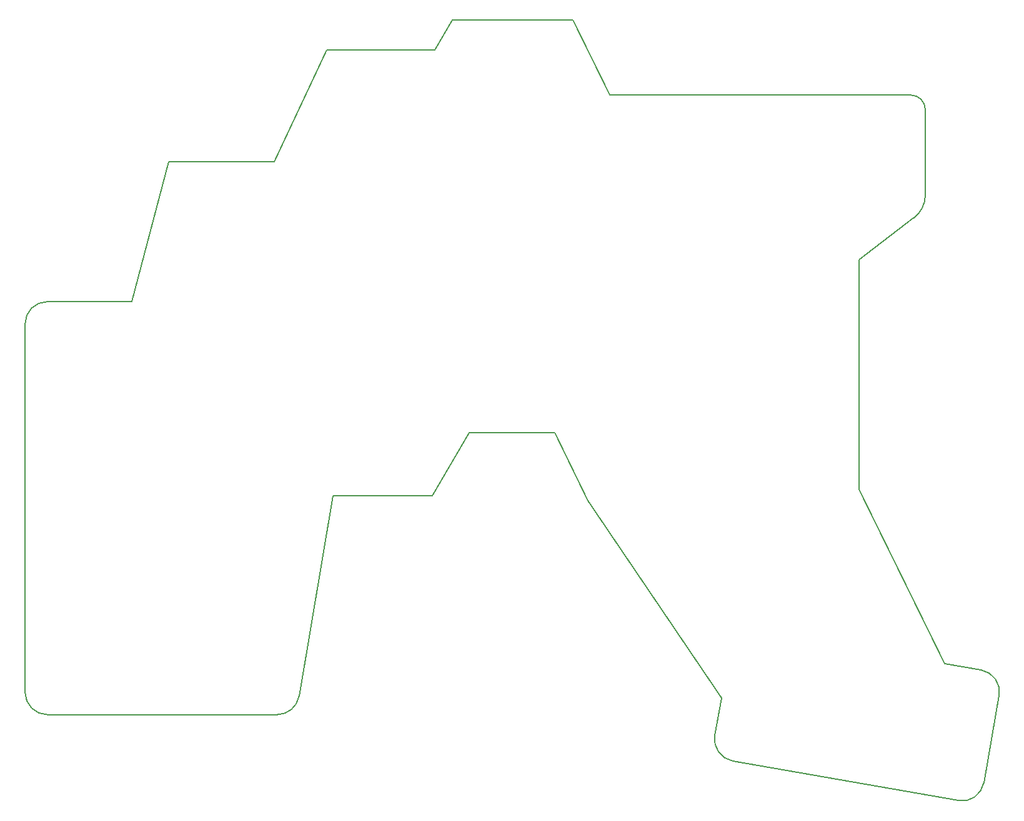
<source format=gbr>
%TF.GenerationSoftware,KiCad,Pcbnew,5.1.10*%
%TF.CreationDate,2021-09-27T15:43:44+02:00*%
%TF.ProjectId,pinkytyl_v2,70696e6b-7974-4796-9c5f-76322e6b6963,rev?*%
%TF.SameCoordinates,Original*%
%TF.FileFunction,Profile,NP*%
%FSLAX46Y46*%
G04 Gerber Fmt 4.6, Leading zero omitted, Abs format (unit mm)*
G04 Created by KiCad (PCBNEW 5.1.10) date 2021-09-27 15:43:44*
%MOMM*%
%LPD*%
G01*
G04 APERTURE LIST*
%TA.AperFunction,Profile*%
%ADD10C,0.200000*%
%TD*%
G04 APERTURE END LIST*
D10*
X130716898Y-92180109D02*
X125716898Y-100724303D01*
X73570000Y-130380000D02*
G75*
G02*
X70570000Y-127380000I0J3000000D01*
G01*
X197002557Y-142052876D02*
X166473516Y-136669782D01*
X164040038Y-133194415D02*
X164941193Y-128083709D01*
X107682736Y-127878766D02*
G75*
G02*
X104724488Y-130380000I-2958248J498766D01*
G01*
X183569999Y-68667201D02*
X183569999Y-99887324D01*
X112261024Y-100724303D02*
X107682737Y-127878765D01*
X126056470Y-40224303D02*
X128423102Y-36180109D01*
X202561703Y-127801704D02*
X200477924Y-139619397D01*
X192569999Y-59865548D02*
G75*
G02*
X190984209Y-63054841I-4000000J0D01*
G01*
X166473517Y-136669782D02*
G75*
G02*
X164040038Y-133194415I520944J2954423D01*
G01*
X146836311Y-101361229D02*
X142324408Y-92180109D01*
X142324408Y-92180109D02*
X130716898Y-92180109D01*
X111410777Y-40224303D02*
X126056470Y-40224303D01*
X190984209Y-63054841D02*
X183569999Y-68667201D01*
X90028223Y-55380001D02*
X104299231Y-55380001D01*
X195216623Y-123460289D02*
X200128224Y-124326336D01*
X183569999Y-99887324D02*
X195216623Y-123460289D01*
X104299231Y-55380001D02*
X111410777Y-40224303D01*
X70570000Y-77380001D02*
G75*
G02*
X73570000Y-74380001I3000000J0D01*
G01*
X192569999Y-48354440D02*
X192569999Y-59865548D01*
X190569999Y-46354440D02*
G75*
G02*
X192569999Y-48354440I0J-2000000D01*
G01*
X164941193Y-128083709D02*
X146836311Y-101361229D01*
X70570000Y-127380000D02*
X70570000Y-77380001D01*
X149815593Y-46354440D02*
X190569999Y-46354440D01*
X128423102Y-36180109D02*
X144815593Y-36180109D01*
X104724488Y-130380000D02*
X73570000Y-130380000D01*
X125716898Y-100724303D02*
X112261024Y-100724303D01*
X144815593Y-36180109D02*
X149815593Y-46354440D01*
X85028223Y-74380001D02*
X90028223Y-55380001D01*
X200477924Y-139619397D02*
G75*
G02*
X197002557Y-142052876I-2954423J520944D01*
G01*
X73570000Y-74380001D02*
X85028223Y-74380001D01*
X200128223Y-124326336D02*
G75*
G02*
X202561703Y-127801704I-520944J-2954424D01*
G01*
M02*

</source>
